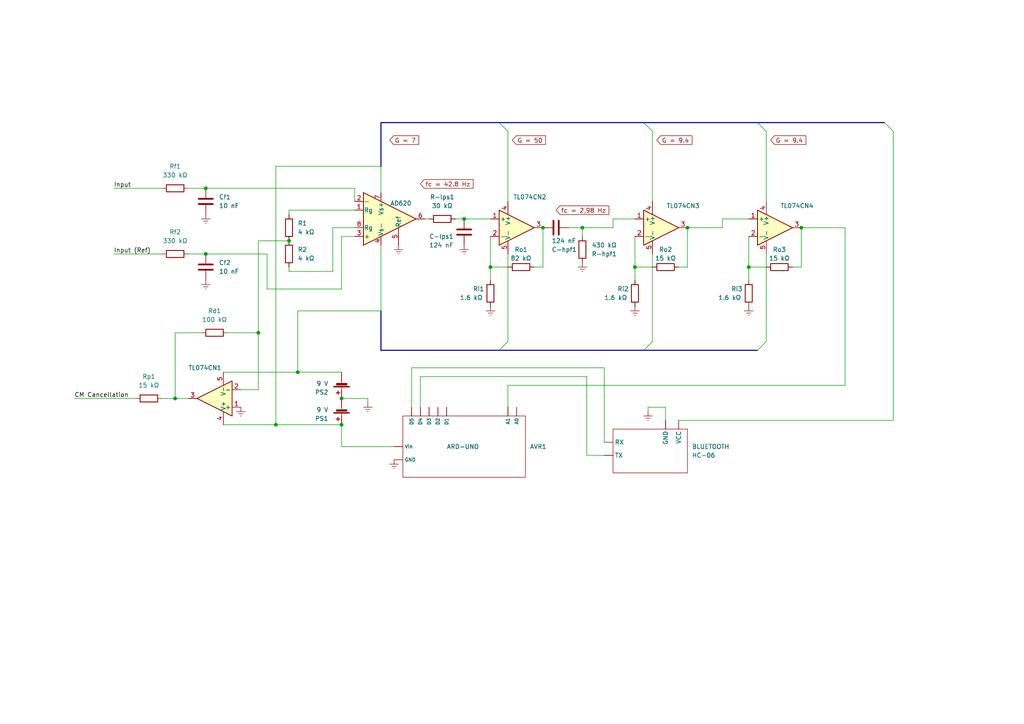
<source format=kicad_sch>
(kicad_sch (version 20211123) (generator eeschema)
  (paper "A4")
  (title_block (title "Cerebralink") (date "2022-11-29") (comment 1 "Prototype schematic"))
  (lib_symbols
    (symbol "Amplifier_Instrumentation:AD620" (pin_names (offset 0.127))
      (property "Reference" "U" (at 3.81 7.62 0))
      (property "Value" "AD620" (at 5.08 5.08 0))
      (symbol "AD620_0_1"
        (polyline (pts (xy -7.62 7.62) (xy -7.62 -7.62) (xy 7.62 0) (xy -7.62 7.62)) (stroke (width 0.254)) (fill (type background)))
      )
      (symbol "AD620_1_1"
        (pin passive line (at -10.16 2.54 0) (length 2.54) (name "Rg") (number "1"))
        (pin input line (at -10.16 5.08 0) (length 2.54) (name "-") (number "2"))
        (pin input line (at -10.16 -5.08 0) (length 2.54) (name "+") (number "3"))
        (pin power_in line (at -2.54 -7.62 90) (length 2.54) (name "Vs-") (number "4"))
        (pin passive line (at 2.54 -7.62 90) (length 5.08) (name "Ref") (number "5"))
        (pin output line (at 10.16 0 180) (length 2.54) (name "~") (number "6"))
        (pin power_in line (at -2.54 7.62 270) (length 2.54) (name "Vs+") (number "7"))
        (pin passive line (at -10.16 -2.54 0) (length 2.54) (name "Rg") (number "8"))
      )
    )
    (symbol "ArduinoUNO:ARD-UNO"
      (property "Reference" "U" (at 12.7 15.24 0))
      (property "Value" "ARD-UNO" (at 12.7 -2.54 0))
      (symbol "ARD-UNO_0_1"
        (rectangle (start 3.81 12.7) (end 21.59 -22.86))
      )
      (symbol "ARD-UNO_1_1"
        (pin input line (at 1.27 10.16 0) (length 2.54) (name "A0") (number ""))
        (pin input line (at 1.27 7.62 0) (length 2.54) (name "A1") (number ""))
        (pin input line (at 1.27 -10.16 0) (length 2.54) (name "D1") (number ""))
        (pin input line (at 1.27 -12.7 0) (length 2.54) (name "D2") (number ""))
        (pin input line (at 1.27 -15.24 0) (length 2.54) (name "D3") (number ""))
        (pin input line (at 1.27 -17.78 0) (length 2.54) (name "D4") (number ""))
        (pin input line (at 1.27 -20.32 0) (length 2.54) (name "D5") (number ""))
        (pin passive line (at 16.51 -25.4 90) (length 2.54) (name "GND") (number ""))
        (pin input line (at 12.7 -25.4 90) (length 2.54) (name "Vin") (number ""))
      )
    )
    (symbol "Device:Battery_Cell" (pin_numbers hide) (pin_names (offset 0) hide)
      (property "Reference" "BT" (at 2.54 2.54 0))
      (property "Value" "Battery_Cell" (at 2.54 0 0))
      (symbol "Battery_Cell_0_1"
        (rectangle (start -2.286 1.778) (end 2.286 1.524) (fill (type outline)))
        (rectangle (start -1.5748 1.1938) (end 1.4732 0.6858) (fill (type outline)))
        (polyline (pts (xy 0 0.762) (xy 0 0)))
        (polyline (pts (xy 0 1.778) (xy 0 2.54)))
        (polyline (pts (xy 0.508 3.429) (xy 1.524 3.429)) (stroke (width 0.254)))
        (polyline (pts (xy 1.016 3.937) (xy 1.016 2.921)) (stroke (width 0.254)))
      )
      (symbol "Battery_Cell_1_1"
        (pin passive line (at 0 5.08 270) (length 2.54) (name "+") (number "1"))
        (pin passive line (at 0 -2.54 90) (length 2.54) (name "-") (number "2"))
      )
    )
    (symbol "Device:C" (pin_numbers hide) (pin_names (offset 0.254))
      (property "Reference" "C" (at 0.635 2.54 0))
      (property "Value" "C" (at 0.635 -2.54 0))
      (symbol "C_0_1"
        (polyline (pts (xy -2.032 -0.762) (xy 2.032 -0.762)) (stroke (width 0.508)))
        (polyline (pts (xy -2.032 0.762) (xy 2.032 0.762)) (stroke (width 0.508)))
      )
      (symbol "C_1_1"
        (pin passive line (at 0 3.81 270) (length 2.794) (name "~") (number "1"))
        (pin passive line (at 0 -3.81 90) (length 2.794) (name "~") (number "2"))
      )
    )
    (symbol "Device:R" (pin_numbers hide) (pin_names (offset 0))
      (property "Reference" "R" (at 2.032 0 90))
      (property "Value" "R" (at 0 0 90))
      (symbol "R_0_1"
        (rectangle (start -1.016 -2.54) (end 1.016 2.54) (stroke (width 0.254)))
      )
      (symbol "R_1_1"
        (pin passive line (at 0 3.81 270) (length 1.27) (name "~") (number "1"))
        (pin passive line (at 0 -3.81 90) (length 1.27) (name "~") (number "2"))
      )
    )
    (symbol "HC06:HC-06"
      (property "Reference" "U" (at 7.62 3.81 0))
      (property "Value" "HC-06" (at 2.54 3.81 0))
      (symbol "HC-06_0_1"
        (rectangle (start -2.54 1.27) (end 10.16 -20.32))
      )
      (symbol "HC-06_1_1"
        (pin input line (at -5.08 -5.08 0) (length 2.54) (name "GND") (number ""))
        (pin input line (at 1.27 -22.86 90) (length 2.54) (name "RX") (number ""))
        (pin input line (at 5.08 -22.86 90) (length 2.54) (name "TX") (number ""))
        (pin input line (at -5.08 -1.27 0) (length 2.54) (name "VCC") (number ""))
      )
    )
    (symbol "power:Earth" (power) (pin_names (offset 0))
      (symbol "Earth_0_1"
        (polyline (pts (xy -0.635 -1.905) (xy 0.635 -1.905)))
        (polyline (pts (xy -0.127 -2.54) (xy 0.127 -2.54)))
        (polyline (pts (xy 0 -1.27) (xy 0 0)))
        (polyline (pts (xy 1.27 -1.27) (xy -1.27 -1.27)))
      )
      (symbol "Earth_1_1"
        (pin power_in line (at 0 0 270) (length 0) hide (name "Earth") (number "1"))
      )
    )
    (symbol "pspice:OPAMP" (pin_names (offset 0.254))
      (property "Reference" "U" (at 3.81 3.175 0))
      (property "Value" "OPAMP" (at 3.81 -3.175 0))
      (symbol "OPAMP_0_1"
        (polyline (pts (xy 5.08 0) (xy -5.08 5.08) (xy -5.08 -5.08) (xy 5.08 0)) (stroke (width 0.254)) (fill (type background)))
      )
      (symbol "OPAMP_1_1"
        (pin input line (at -7.62 2.54 0) (length 2.54) (name "+") (number "1"))
        (pin input line (at -7.62 -2.54 0) (length 2.54) (name "-") (number "2"))
        (pin output line (at 7.62 0 180) (length 2.54) (name "~") (number "3"))
        (pin power_in line (at -2.54 7.62 270) (length 3.81) (name "V+") (number "4"))
        (pin power_in line (at -2.54 -7.62 90) (length 3.81) (name "V-") (number "5"))
      )
    )
  )
  (junction (at 99.06 123.19))
  (junction (at 59.69 54.61))
  (junction (at 86.36 107.95))
  (junction (at 199.39 66.04))
  (junction (at 59.69 73.66))
  (junction (at 157.48 66.04))
  (junction (at 74.93 96.52))
  (junction (at 142.24 77.47))
  (junction (at 168.91 66.04))
  (junction (at 134.62 63.5))
  (junction (at 83.82 69.85))
  (junction (at 217.17 77.47))
  (junction (at 80.01 123.19))
  (junction (at 99.06 115.57))
  (junction (at 50.8 115.57))
  (junction (at 184.15 77.47))
  (junction (at 232.41 66.04))
  (bus_entry (at 186.69 35.56) (size 2.54 2.54))
  (bus_entry (at 219.71 101.6) (size 2.54 -2.54))
  (bus_entry (at 219.71 35.56) (size 2.54 2.54))
  (bus_entry (at 144.78 101.6) (size 2.54 -2.54))
  (bus_entry (at 256.54 35.56) (size 2.54 2.54))
  (bus_entry (at 144.78 35.56) (size 2.54 2.54))
  (bus_entry (at 186.69 101.6) (size 2.54 -2.54))
  (wire (pts (xy 110.49 71.12) (xy 110.49 90.17)))
  (wire (pts (xy 184.15 68.58) (xy 184.15 77.47)))
  (wire (pts (xy 209.55 63.5) (xy 217.17 63.5)))
  (wire (pts (xy 99.06 123.19) (xy 99.06 129.54)))
  (wire (pts (xy 175.26 128.27) (xy 175.26 106.68)))
  (wire (pts (xy 54.61 73.66) (xy 59.69 73.66)))
  (wire (pts (xy 165.1 66.04) (xy 168.91 66.04)))
  (wire (pts (xy 193.04 118.11) (xy 187.96 118.11)))
  (wire (pts (xy 217.17 77.47) (xy 222.25 77.47)))
  (wire (pts (xy 245.11 111.76) (xy 245.11 66.04)))
  (wire (pts (xy 170.18 109.22) (xy 121.92 109.22)))
  (wire (pts (xy 124.46 63.5) (xy 123.19 63.5)))
  (wire (pts (xy 121.92 109.22) (xy 121.92 118.11)))
  (wire (pts (xy 222.25 38.1) (xy 222.25 58.42)))
  (wire (pts (xy 259.08 121.92) (xy 259.08 38.1)))
  (wire (pts (xy 232.41 66.04) (xy 232.41 77.47)))
  (wire (pts (xy 147.32 111.76) (xy 245.11 111.76)))
  (wire (pts (xy 83.82 60.96) (xy 102.87 60.96)))
  (wire (pts (xy 69.85 113.03) (xy 74.93 113.03)))
  (wire (pts (xy 80.01 48.26) (xy 80.01 123.19)))
  (wire (pts (xy 83.82 78.74) (xy 96.52 78.74)))
  (wire (pts (xy 187.96 118.11) (xy 187.96 119.38)))
  (wire (pts (xy 83.82 77.47) (xy 83.82 78.74)))
  (wire (pts (xy 175.26 132.08) (xy 170.18 132.08)))
  (wire (pts (xy 189.23 38.1) (xy 189.23 58.42)))
  (wire (pts (xy 134.62 63.5) (xy 132.08 63.5)))
  (bus (pts (xy 144.78 35.56) (xy 110.49 35.56)))
  (wire (pts (xy 50.8 96.52) (xy 50.8 115.57)))
  (wire (pts (xy 217.17 68.58) (xy 217.17 77.47)))
  (wire (pts (xy 119.38 106.68) (xy 119.38 118.11)))
  (wire (pts (xy 106.68 115.57) (xy 99.06 115.57)))
  (wire (pts (xy 142.24 68.58) (xy 142.24 77.47)))
  (wire (pts (xy 199.39 66.04) (xy 199.39 77.47)))
  (wire (pts (xy 147.32 38.1) (xy 147.32 58.42)))
  (wire (pts (xy 86.36 107.95) (xy 99.06 107.95)))
  (wire (pts (xy 170.18 132.08) (xy 170.18 109.22)))
  (wire (pts (xy 110.49 90.17) (xy 86.36 90.17)))
  (wire (pts (xy 142.24 77.47) (xy 142.24 81.28)))
  (wire (pts (xy 110.49 48.26) (xy 80.01 48.26)))
  (wire (pts (xy 86.36 90.17) (xy 86.36 107.95)))
  (wire (pts (xy 184.15 77.47) (xy 184.15 81.28)))
  (wire (pts (xy 102.87 66.04) (xy 96.52 66.04)))
  (wire (pts (xy 189.23 73.66) (xy 189.23 99.06)))
  (wire (pts (xy 64.77 123.19) (xy 80.01 123.19)))
  (wire (pts (xy 142.24 77.47) (xy 147.32 77.47)))
  (wire (pts (xy 245.11 66.04) (xy 232.41 66.04)))
  (bus (pts (xy 219.71 35.56) (xy 256.54 35.56)))
  (wire (pts (xy 157.48 77.47) (xy 154.94 77.47)))
  (wire (pts (xy 80.01 123.19) (xy 99.06 123.19)))
  (wire (pts (xy 102.87 54.61) (xy 102.87 58.42)))
  (wire (pts (xy 64.77 107.95) (xy 86.36 107.95)))
  (wire (pts (xy 199.39 66.04) (xy 209.55 66.04)))
  (wire (pts (xy 106.68 115.57) (xy 106.68 116.84)))
  (wire (pts (xy 21.59 115.57) (xy 39.37 115.57)))
  (wire (pts (xy 196.85 121.92) (xy 259.08 121.92)))
  (wire (pts (xy 232.41 77.47) (xy 229.87 77.47)))
  (wire (pts (xy 168.91 66.04) (xy 177.8 66.04)))
  (wire (pts (xy 46.99 115.57) (xy 50.8 115.57)))
  (wire (pts (xy 217.17 77.47) (xy 217.17 81.28)))
  (wire (pts (xy 59.69 54.61) (xy 102.87 54.61)))
  (bus (pts (xy 144.78 35.56) (xy 186.69 35.56)))
  (bus (pts (xy 144.78 101.6) (xy 110.49 101.6)))
  (wire (pts (xy 66.04 96.52) (xy 74.93 96.52)))
  (wire (pts (xy 134.62 63.5) (xy 142.24 63.5)))
  (wire (pts (xy 77.47 73.66) (xy 77.47 83.82)))
  (wire (pts (xy 74.93 69.85) (xy 74.93 96.52)))
  (wire (pts (xy 177.8 66.04) (xy 177.8 63.5)))
  (wire (pts (xy 147.32 111.76) (xy 147.32 118.11)))
  (wire (pts (xy 168.91 66.04) (xy 168.91 68.58)))
  (wire (pts (xy 33.02 73.66) (xy 46.99 73.66)))
  (bus (pts (xy 110.49 35.56) (xy 110.49 48.26)))
  (wire (pts (xy 157.48 66.04) (xy 157.48 77.47)))
  (bus (pts (xy 186.69 101.6) (xy 219.71 101.6)))
  (wire (pts (xy 99.06 129.54) (xy 114.3 129.54)))
  (wire (pts (xy 222.25 73.66) (xy 222.25 99.06)))
  (wire (pts (xy 209.55 66.04) (xy 209.55 63.5)))
  (wire (pts (xy 175.26 106.68) (xy 119.38 106.68)))
  (wire (pts (xy 96.52 66.04) (xy 96.52 78.74)))
  (wire (pts (xy 33.02 54.61) (xy 46.99 54.61)))
  (wire (pts (xy 184.15 77.47) (xy 189.23 77.47)))
  (wire (pts (xy 74.93 69.85) (xy 83.82 69.85)))
  (wire (pts (xy 74.93 113.03) (xy 74.93 96.52)))
  (wire (pts (xy 83.82 60.96) (xy 83.82 62.23)))
  (wire (pts (xy 77.47 83.82) (xy 99.06 83.82)))
  (wire (pts (xy 99.06 83.82) (xy 99.06 68.58)))
  (bus (pts (xy 186.69 35.56) (xy 219.71 35.56)))
  (wire (pts (xy 199.39 77.47) (xy 196.85 77.47)))
  (wire (pts (xy 58.42 96.52) (xy 50.8 96.52)))
  (wire (pts (xy 177.8 63.5) (xy 184.15 63.5)))
  (bus (pts (xy 110.49 90.17) (xy 110.49 101.6)))
  (bus (pts (xy 144.78 101.6) (xy 186.69 101.6)))
  (wire (pts (xy 147.32 73.66) (xy 147.32 99.06)))
  (wire (pts (xy 59.69 73.66) (xy 77.47 73.66)))
  (wire (pts (xy 50.8 115.57) (xy 54.61 115.57)))
  (wire (pts (xy 110.49 55.88) (xy 110.49 48.26)))
  (wire (pts (xy 193.04 121.92) (xy 193.04 118.11)))
  (wire (pts (xy 54.61 54.61) (xy 59.69 54.61)))
  (wire (pts (xy 99.06 68.58) (xy 102.87 68.58)))
  (label "CM Cancellation" (at 21.59 115.57 0))
  (label "Input (Ref)" (at 33.02 73.66 0))
  (label "Input" (at 33.02 54.61 0))
  (global_label "G = 7" (shape input) (at 113.03 40.64 0) (property "Intersheet References" "${INTERSHEET_REFS}" (effects hide)))
  (global_label "fc = 2,98 Hz" (shape input) (at 161.29 60.96 0) (property "Intersheet References" "${INTERSHEET_REFS}" (effects hide)))
  (global_label "G = 9.4" (shape input) (at 190.5 40.64 0) (property "Intersheet References" "${INTERSHEET_REFS}" (effects hide)))
  (global_label "fc = 42.8 Hz" (shape input) (at 121.92 53.34 0) (property "Intersheet References" "${INTERSHEET_REFS}" (effects hide)))
  (global_label "G = 50" (shape input) (at 148.59 40.64 0) (property "Intersheet References" "${INTERSHEET_REFS}" (effects hide)))
  (global_label "G = 9.4" (shape input) (at 223.52 40.64 0) (property "Intersheet References" "${INTERSHEET_REFS}" (effects hide)))
  (symbol (lib_id "power:Earth") (at 115.57 71.12 0) (unit 1)
    (property "Reference" "#PWR0108" (effects hide))
    (property "Value" "Earth" (effects hide))
  )
  (symbol (lib_id "power:Earth") (at 134.62 71.12 0) (unit 1)
    (property "Reference" "#PWR0109" (effects hide))
    (property "Value" "Earth" (effects hide))
  )
  (symbol (lib_id "Device:R") (at 193.04 77.47 270) (unit 1)
    (property "Reference" "Ro2" (at 193.04 72.39 90))
    (property "Value" "15 kΩ" (at 193.04 74.93 90))
    (property "Footprint" "Resistor_THT:R_Axial_DIN0204_L3.6mm_D1.6mm_P1.90mm_Vertical" (effects hide))
  )
  (symbol (lib_id "Device:R") (at 128.27 63.5 270) (unit 1)
    (property "Reference" "R-lps1" (at 128.27 57.15 90))
    (property "Value" "30 kΩ" (at 128.27 59.69 90))
    (property "Footprint" "Resistor_THT:R_Axial_DIN0204_L3.6mm_D1.6mm_P1.90mm_Vertical" (effects hide))
  )
  (symbol (lib_id "power:Earth") (at 142.24 88.9 0) (unit 1)
    (property "Reference" "#PWR0106" (effects hide))
    (property "Value" "Earth" (effects hide))
  )
  (symbol (lib_id "power:Earth") (at 106.68 116.84 0) (unit 1)
    (property "Reference" "#PWR0107" (effects hide))
    (property "Value" "Earth" (effects hide))
  )
  (symbol (lib_id "Device:C") (at 59.69 77.47 0) (unit 1)
    (property "Reference" "Cf2" (at 63.5 76.1999 0) (effects (justify left)))
    (property "Value" "10 nF" (at 63.5 78.7399 0) (effects (justify left)))
    (property "Footprint" "Capacitor_THT:CP_Axial_L10.0mm_D4.5mm_P15.00mm_Horizontal" (effects hide))
  )
  (symbol (lib_id "ArduinoUNO:ARD-UNO") (at 139.7 116.84 270) (unit 1)
    (property "Reference" "AVR1" (at 153.67 129.54 90) (effects (justify left)))
    (property "Value" "ARD-UNO" (at 129.54 129.54 90) (effects (justify left)))
  )
  (symbol (lib_id "Device:R") (at 217.17 85.09 0) (unit 1)
    (property "Reference" "Ri3" (at 212.09 83.82 0) (effects (justify left)))
    (property "Value" "1.6 kΩ" (at 208.28 86.36 0) (effects (justify left)))
    (property "Footprint" "Resistor_THT:R_Axial_DIN0204_L3.6mm_D1.6mm_P1.90mm_Vertical" (effects hide))
  )
  (symbol (lib_id "Device:R") (at 50.8 54.61 270) (unit 1)
    (property "Reference" "Rf1" (at 50.8 48.26 90))
    (property "Value" "330 kΩ" (at 50.8 50.8 90))
    (property "Footprint" "Resistor_THT:R_Axial_DIN0204_L3.6mm_D1.6mm_P1.90mm_Vertical" (effects hide))
  )
  (symbol (lib_id "Device:R") (at 83.82 66.04 0) (unit 1)
    (property "Reference" "R1" (at 86.36 64.7699 0) (effects (justify left)))
    (property "Value" "4 kΩ" (at 86.36 67.3099 0) (effects (justify left)))
    (property "Footprint" "Resistor_THT:R_Axial_DIN0204_L3.6mm_D1.6mm_P1.90mm_Vertical" (effects hide))
  )
  (symbol (lib_id "Device:R") (at 184.15 85.09 0) (unit 1)
    (property "Reference" "Ri2" (at 179.07 83.82 0) (effects (justify left)))
    (property "Value" "1.6 kΩ" (at 175.26 86.36 0) (effects (justify left)))
    (property "Footprint" "Resistor_THT:R_Axial_DIN0204_L3.6mm_D1.6mm_P1.90mm_Vertical" (effects hide))
  )
  (symbol (lib_id "Device:R") (at 151.13 77.47 270) (unit 1)
    (property "Reference" "Ro1" (at 151.13 72.39 90))
    (property "Value" "82 kΩ" (at 151.13 74.93 90))
    (property "Footprint" "Resistor_THT:R_Axial_DIN0204_L3.6mm_D1.6mm_P1.90mm_Vertical" (effects hide))
  )
  (symbol (lib_id "HC06:HC-06") (at 198.12 127 270) (unit 1)
    (property "Reference" "BLUETOOTH" (at 200.66 129.5399 90) (effects (justify left)))
    (property "Value" "HC-06" (at 200.66 132.0799 90) (effects (justify left)))
  )
  (symbol (lib_id "Device:R") (at 142.24 85.09 0) (unit 1)
    (property "Reference" "Ri1" (at 137.16 83.82 0) (effects (justify left)))
    (property "Value" "1.6 kΩ" (at 133.35 86.36 0) (effects (justify left)))
    (property "Footprint" "Resistor_THT:R_Axial_DIN0204_L3.6mm_D1.6mm_P1.90mm_Vertical" (effects hide))
  )
  (symbol (lib_id "Device:R") (at 62.23 96.52 270) (unit 1)
    (property "Reference" "Rd1" (at 62.23 90.17 90))
    (property "Value" "100 kΩ" (at 62.23 92.71 90))
    (property "Footprint" "Resistor_THT:R_Axial_DIN0204_L3.6mm_D1.6mm_P1.90mm_Vertical" (effects hide))
  )
  (symbol (lib_id "Device:C") (at 134.62 67.31 0) (unit 1)
    (property "Reference" "C-lps1" (at 124.46 68.58 0) (effects (justify left)))
    (property "Value" "124 nF" (at 124.46 71.12 0) (effects (justify left)))
    (property "Footprint" "Capacitor_THT:CP_Axial_L10.0mm_D4.5mm_P15.00mm_Horizontal" (effects hide))
  )
  (symbol (lib_id "pspice:OPAMP") (at 191.77 66.04 0) (unit 1)
    (property "Reference" "TL074CN3" (at 198.12 59.69 0))
    (property "Value" "OPAMP" (effects hide))
    (property "Footprint" "TL074CN:TL074CN" (effects hide))
  )
  (symbol (lib_id "Device:R") (at 50.8 73.66 270) (unit 1)
    (property "Reference" "Rf2" (at 50.8 67.31 90))
    (property "Value" "330 kΩ" (at 50.8 69.85 90))
    (property "Footprint" "Resistor_THT:R_Axial_DIN0204_L3.6mm_D1.6mm_P1.90mm_Vertical" (effects hide))
  )
  (symbol (lib_id "Device:R") (at 226.06 77.47 270) (unit 1)
    (property "Reference" "Ro3" (at 226.06 72.39 90))
    (property "Value" "15 kΩ" (at 226.06 74.93 90))
    (property "Footprint" "Resistor_THT:R_Axial_DIN0204_L3.6mm_D1.6mm_P1.90mm_Vertical" (effects hide))
  )
  (symbol (lib_id "Device:R") (at 83.82 73.66 0) (unit 1)
    (property "Reference" "R2" (at 86.36 72.3899 0) (effects (justify left)))
    (property "Value" "4 kΩ" (at 86.36 74.9299 0) (effects (justify left)))
    (property "Footprint" "Resistor_THT:R_Axial_DIN0204_L3.6mm_D1.6mm_P1.90mm_Vertical" (effects hide))
  )
  (symbol (lib_id "Device:Battery_Cell") (at 99.06 110.49 180) (unit 1)
    (property "Reference" "PS2" (at 95.25 113.7921 0) (effects (justify left)))
    (property "Value" "9 V" (at 95.25 111.2521 0) (effects (justify left)))
    (property "Footprint" "Battery:BatteryHolder_TruPower_BH-331P_3xAA" (effects hide))
  )
  (symbol (lib_id "power:Earth") (at 114.3 133.35 0) (unit 1)
    (property "Reference" "#PWR?" (effects hide))
    (property "Value" "Earth" (effects hide))
  )
  (symbol (lib_id "pspice:OPAMP") (at 224.79 66.04 0) (unit 1)
    (property "Reference" "TL074CN4" (at 231.14 59.69 0))
    (property "Value" "OPAMP" (effects hide))
    (property "Footprint" "TL074CN:TL074CN" (effects hide))
  )
  (symbol (lib_id "power:Earth") (at 69.85 118.11 0) (unit 1)
    (property "Reference" "#PWR0111" (effects hide))
    (property "Value" "Earth" (effects hide))
  )
  (symbol (lib_id "Device:Battery_Cell") (at 99.06 118.11 180) (unit 1)
    (property "Reference" "PS1" (at 95.25 121.4121 0) (effects (justify left)))
    (property "Value" "9 V" (at 95.25 118.8721 0) (effects (justify left)))
    (property "Footprint" "Battery:BatteryHolder_TruPower_BH-331P_3xAA" (effects hide))
  )
  (symbol (lib_id "power:Earth") (at 59.69 62.23 0) (unit 1)
    (property "Reference" "#PWR0101" (effects hide))
    (property "Value" "Earth" (effects hide))
  )
  (symbol (lib_id "power:Earth") (at 168.91 76.2 0) (unit 1)
    (property "Reference" "#PWR0104" (effects hide))
    (property "Value" "Earth" (effects hide))
  )
  (symbol (lib_id "power:Earth") (at 217.17 88.9 0) (unit 1)
    (property "Reference" "#PWR0103" (effects hide))
    (property "Value" "Earth" (effects hide))
  )
  (symbol (lib_id "pspice:OPAMP") (at 62.23 115.57 180) (unit 1)
    (property "Reference" "TL074CN1" (at 54.61 106.68 0) (effects (justify right)))
    (property "Value" "OPAMP" (effects hide))
    (property "Footprint" "TL074CN:TL074CN" (effects hide))
  )
  (symbol (lib_id "Device:C") (at 161.29 66.04 270) (unit 1)
    (property "Reference" "C-hpf1" (at 160.02 72.39 90) (effects (justify left)))
    (property "Value" "124 nF" (at 160.02 69.85 90) (effects (justify left)))
    (property "Footprint" "Capacitor_THT:CP_Axial_L10.0mm_D4.5mm_P15.00mm_Horizontal" (effects hide))
  )
  (symbol (lib_id "Device:C") (at 59.69 58.42 0) (unit 1)
    (property "Reference" "Cf1" (at 63.5 57.1499 0) (effects (justify left)))
    (property "Value" "10 nF" (at 63.5 59.6899 0) (effects (justify left)))
    (property "Footprint" "Capacitor_THT:CP_Axial_L10.0mm_D4.5mm_P15.00mm_Horizontal" (effects hide))
  )
  (symbol (lib_id "Amplifier_Instrumentation:AD620") (at 113.03 63.5 0) (unit 1)
    (property "Reference" "U1" (effects hide))
    (property "Value" "AD620" (at 119.38 59.69 0) (effects (justify right bottom)))
    (property "Footprint" "AD620ANZ:AD620ANZ" (effects hide))
    (property "Datasheet" "https://www.analog.com/media/en/technical-documentation/data-sheets/AD620.pdf" (effects hide))
  )
  (symbol (lib_id "power:Earth") (at 59.69 81.28 0) (unit 1)
    (property "Reference" "#PWR0102" (effects hide))
    (property "Value" "Earth" (effects hide))
  )
  (symbol (lib_id "power:Earth") (at 184.15 88.9 0) (unit 1)
    (property "Reference" "#PWR0105" (effects hide))
    (property "Value" "Earth" (effects hide))
  )
  (symbol (lib_id "Device:R") (at 43.18 115.57 270) (unit 1)
    (property "Reference" "Rp1" (at 43.18 109.22 90))
    (property "Value" "15 kΩ" (at 43.18 111.76 90))
    (property "Footprint" "Resistor_THT:R_Axial_DIN0204_L3.6mm_D1.6mm_P1.90mm_Vertical" (effects hide))
  )
  (symbol (lib_id "pspice:OPAMP") (at 149.86 66.04 0) (unit 1)
    (property "Reference" "TL074CN2" (at 153.67 57.15 0))
    (property "Value" "OPAMP" (effects hide))
    (property "Footprint" "TL074CN:TL074CN" (effects hide))
  )
  (symbol (lib_id "Device:R") (at 168.91 72.39 180) (unit 1)
    (property "Reference" "R-hpf1" (at 175.26 73.66 0))
    (property "Value" "430 kΩ" (at 175.26 71.12 0))
    (property "Footprint" "Resistor_THT:R_Axial_DIN0204_L3.6mm_D1.6mm_P1.90mm_Vertical" (effects hide))
  )
  (symbol (lib_id "power:Earth") (at 187.96 119.38 0) (unit 1)
    (property "Reference" "#PWR?" (effects hide))
    (property "Value" "Earth" (effects hide))
  )
)
</source>
